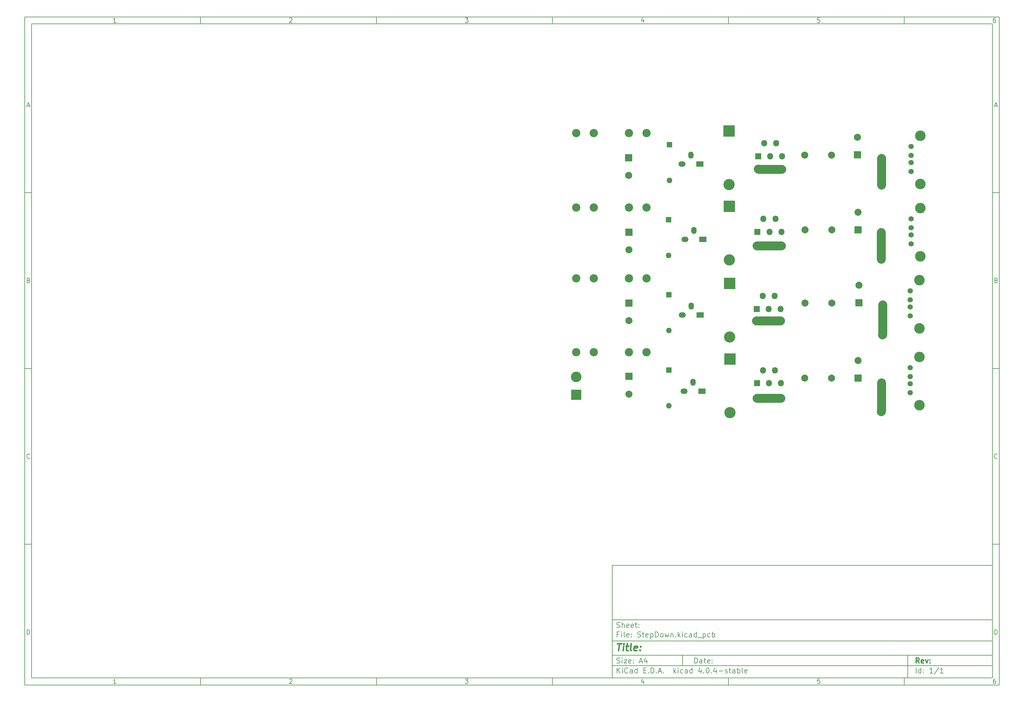
<source format=gbr>
G04 #@! TF.FileFunction,Copper,L1,Top,Signal*
%FSLAX46Y46*%
G04 Gerber Fmt 4.6, Leading zero omitted, Abs format (unit mm)*
G04 Created by KiCad (PCBNEW 4.0.4-stable) date Fri Jul 14 18:39:46 2017*
%MOMM*%
%LPD*%
G01*
G04 APERTURE LIST*
%ADD10C,0.100000*%
%ADD11C,0.150000*%
%ADD12C,0.300000*%
%ADD13C,0.400000*%
%ADD14C,1.998980*%
%ADD15C,2.350000*%
%ADD16R,2.000000X2.000000*%
%ADD17C,2.000000*%
%ADD18C,1.501140*%
%ADD19C,2.999740*%
%ADD20O,1.500000X2.000000*%
%ADD21R,2.000000X1.500000*%
%ADD22O,2.000000X1.500000*%
%ADD23R,3.200000X3.200000*%
%ADD24O,3.200000X3.200000*%
%ADD25R,3.000000X3.000000*%
%ADD26C,3.000000*%
%ADD27C,1.500000*%
%ADD28R,1.800000X1.800000*%
%ADD29O,1.800000X1.800000*%
%ADD30R,1.600000X1.600000*%
%ADD31O,1.600000X1.600000*%
%ADD32C,2.500000*%
G04 APERTURE END LIST*
D10*
D11*
X177002200Y-166007200D02*
X177002200Y-198007200D01*
X285002200Y-198007200D01*
X285002200Y-166007200D01*
X177002200Y-166007200D01*
D10*
D11*
X10000000Y-10000000D02*
X10000000Y-200007200D01*
X287002200Y-200007200D01*
X287002200Y-10000000D01*
X10000000Y-10000000D01*
D10*
D11*
X12000000Y-12000000D02*
X12000000Y-198007200D01*
X285002200Y-198007200D01*
X285002200Y-12000000D01*
X12000000Y-12000000D01*
D10*
D11*
X60000000Y-12000000D02*
X60000000Y-10000000D01*
D10*
D11*
X110000000Y-12000000D02*
X110000000Y-10000000D01*
D10*
D11*
X160000000Y-12000000D02*
X160000000Y-10000000D01*
D10*
D11*
X210000000Y-12000000D02*
X210000000Y-10000000D01*
D10*
D11*
X260000000Y-12000000D02*
X260000000Y-10000000D01*
D10*
D11*
X35990476Y-11588095D02*
X35247619Y-11588095D01*
X35619048Y-11588095D02*
X35619048Y-10288095D01*
X35495238Y-10473810D01*
X35371429Y-10597619D01*
X35247619Y-10659524D01*
D10*
D11*
X85247619Y-10411905D02*
X85309524Y-10350000D01*
X85433333Y-10288095D01*
X85742857Y-10288095D01*
X85866667Y-10350000D01*
X85928571Y-10411905D01*
X85990476Y-10535714D01*
X85990476Y-10659524D01*
X85928571Y-10845238D01*
X85185714Y-11588095D01*
X85990476Y-11588095D01*
D10*
D11*
X135185714Y-10288095D02*
X135990476Y-10288095D01*
X135557143Y-10783333D01*
X135742857Y-10783333D01*
X135866667Y-10845238D01*
X135928571Y-10907143D01*
X135990476Y-11030952D01*
X135990476Y-11340476D01*
X135928571Y-11464286D01*
X135866667Y-11526190D01*
X135742857Y-11588095D01*
X135371429Y-11588095D01*
X135247619Y-11526190D01*
X135185714Y-11464286D01*
D10*
D11*
X185866667Y-10721429D02*
X185866667Y-11588095D01*
X185557143Y-10226190D02*
X185247619Y-11154762D01*
X186052381Y-11154762D01*
D10*
D11*
X235928571Y-10288095D02*
X235309524Y-10288095D01*
X235247619Y-10907143D01*
X235309524Y-10845238D01*
X235433333Y-10783333D01*
X235742857Y-10783333D01*
X235866667Y-10845238D01*
X235928571Y-10907143D01*
X235990476Y-11030952D01*
X235990476Y-11340476D01*
X235928571Y-11464286D01*
X235866667Y-11526190D01*
X235742857Y-11588095D01*
X235433333Y-11588095D01*
X235309524Y-11526190D01*
X235247619Y-11464286D01*
D10*
D11*
X285866667Y-10288095D02*
X285619048Y-10288095D01*
X285495238Y-10350000D01*
X285433333Y-10411905D01*
X285309524Y-10597619D01*
X285247619Y-10845238D01*
X285247619Y-11340476D01*
X285309524Y-11464286D01*
X285371429Y-11526190D01*
X285495238Y-11588095D01*
X285742857Y-11588095D01*
X285866667Y-11526190D01*
X285928571Y-11464286D01*
X285990476Y-11340476D01*
X285990476Y-11030952D01*
X285928571Y-10907143D01*
X285866667Y-10845238D01*
X285742857Y-10783333D01*
X285495238Y-10783333D01*
X285371429Y-10845238D01*
X285309524Y-10907143D01*
X285247619Y-11030952D01*
D10*
D11*
X60000000Y-198007200D02*
X60000000Y-200007200D01*
D10*
D11*
X110000000Y-198007200D02*
X110000000Y-200007200D01*
D10*
D11*
X160000000Y-198007200D02*
X160000000Y-200007200D01*
D10*
D11*
X210000000Y-198007200D02*
X210000000Y-200007200D01*
D10*
D11*
X260000000Y-198007200D02*
X260000000Y-200007200D01*
D10*
D11*
X35990476Y-199595295D02*
X35247619Y-199595295D01*
X35619048Y-199595295D02*
X35619048Y-198295295D01*
X35495238Y-198481010D01*
X35371429Y-198604819D01*
X35247619Y-198666724D01*
D10*
D11*
X85247619Y-198419105D02*
X85309524Y-198357200D01*
X85433333Y-198295295D01*
X85742857Y-198295295D01*
X85866667Y-198357200D01*
X85928571Y-198419105D01*
X85990476Y-198542914D01*
X85990476Y-198666724D01*
X85928571Y-198852438D01*
X85185714Y-199595295D01*
X85990476Y-199595295D01*
D10*
D11*
X135185714Y-198295295D02*
X135990476Y-198295295D01*
X135557143Y-198790533D01*
X135742857Y-198790533D01*
X135866667Y-198852438D01*
X135928571Y-198914343D01*
X135990476Y-199038152D01*
X135990476Y-199347676D01*
X135928571Y-199471486D01*
X135866667Y-199533390D01*
X135742857Y-199595295D01*
X135371429Y-199595295D01*
X135247619Y-199533390D01*
X135185714Y-199471486D01*
D10*
D11*
X185866667Y-198728629D02*
X185866667Y-199595295D01*
X185557143Y-198233390D02*
X185247619Y-199161962D01*
X186052381Y-199161962D01*
D10*
D11*
X235928571Y-198295295D02*
X235309524Y-198295295D01*
X235247619Y-198914343D01*
X235309524Y-198852438D01*
X235433333Y-198790533D01*
X235742857Y-198790533D01*
X235866667Y-198852438D01*
X235928571Y-198914343D01*
X235990476Y-199038152D01*
X235990476Y-199347676D01*
X235928571Y-199471486D01*
X235866667Y-199533390D01*
X235742857Y-199595295D01*
X235433333Y-199595295D01*
X235309524Y-199533390D01*
X235247619Y-199471486D01*
D10*
D11*
X285866667Y-198295295D02*
X285619048Y-198295295D01*
X285495238Y-198357200D01*
X285433333Y-198419105D01*
X285309524Y-198604819D01*
X285247619Y-198852438D01*
X285247619Y-199347676D01*
X285309524Y-199471486D01*
X285371429Y-199533390D01*
X285495238Y-199595295D01*
X285742857Y-199595295D01*
X285866667Y-199533390D01*
X285928571Y-199471486D01*
X285990476Y-199347676D01*
X285990476Y-199038152D01*
X285928571Y-198914343D01*
X285866667Y-198852438D01*
X285742857Y-198790533D01*
X285495238Y-198790533D01*
X285371429Y-198852438D01*
X285309524Y-198914343D01*
X285247619Y-199038152D01*
D10*
D11*
X10000000Y-60000000D02*
X12000000Y-60000000D01*
D10*
D11*
X10000000Y-110000000D02*
X12000000Y-110000000D01*
D10*
D11*
X10000000Y-160000000D02*
X12000000Y-160000000D01*
D10*
D11*
X10690476Y-35216667D02*
X11309524Y-35216667D01*
X10566667Y-35588095D02*
X11000000Y-34288095D01*
X11433333Y-35588095D01*
D10*
D11*
X11092857Y-84907143D02*
X11278571Y-84969048D01*
X11340476Y-85030952D01*
X11402381Y-85154762D01*
X11402381Y-85340476D01*
X11340476Y-85464286D01*
X11278571Y-85526190D01*
X11154762Y-85588095D01*
X10659524Y-85588095D01*
X10659524Y-84288095D01*
X11092857Y-84288095D01*
X11216667Y-84350000D01*
X11278571Y-84411905D01*
X11340476Y-84535714D01*
X11340476Y-84659524D01*
X11278571Y-84783333D01*
X11216667Y-84845238D01*
X11092857Y-84907143D01*
X10659524Y-84907143D01*
D10*
D11*
X11402381Y-135464286D02*
X11340476Y-135526190D01*
X11154762Y-135588095D01*
X11030952Y-135588095D01*
X10845238Y-135526190D01*
X10721429Y-135402381D01*
X10659524Y-135278571D01*
X10597619Y-135030952D01*
X10597619Y-134845238D01*
X10659524Y-134597619D01*
X10721429Y-134473810D01*
X10845238Y-134350000D01*
X11030952Y-134288095D01*
X11154762Y-134288095D01*
X11340476Y-134350000D01*
X11402381Y-134411905D01*
D10*
D11*
X10659524Y-185588095D02*
X10659524Y-184288095D01*
X10969048Y-184288095D01*
X11154762Y-184350000D01*
X11278571Y-184473810D01*
X11340476Y-184597619D01*
X11402381Y-184845238D01*
X11402381Y-185030952D01*
X11340476Y-185278571D01*
X11278571Y-185402381D01*
X11154762Y-185526190D01*
X10969048Y-185588095D01*
X10659524Y-185588095D01*
D10*
D11*
X287002200Y-60000000D02*
X285002200Y-60000000D01*
D10*
D11*
X287002200Y-110000000D02*
X285002200Y-110000000D01*
D10*
D11*
X287002200Y-160000000D02*
X285002200Y-160000000D01*
D10*
D11*
X285692676Y-35216667D02*
X286311724Y-35216667D01*
X285568867Y-35588095D02*
X286002200Y-34288095D01*
X286435533Y-35588095D01*
D10*
D11*
X286095057Y-84907143D02*
X286280771Y-84969048D01*
X286342676Y-85030952D01*
X286404581Y-85154762D01*
X286404581Y-85340476D01*
X286342676Y-85464286D01*
X286280771Y-85526190D01*
X286156962Y-85588095D01*
X285661724Y-85588095D01*
X285661724Y-84288095D01*
X286095057Y-84288095D01*
X286218867Y-84350000D01*
X286280771Y-84411905D01*
X286342676Y-84535714D01*
X286342676Y-84659524D01*
X286280771Y-84783333D01*
X286218867Y-84845238D01*
X286095057Y-84907143D01*
X285661724Y-84907143D01*
D10*
D11*
X286404581Y-135464286D02*
X286342676Y-135526190D01*
X286156962Y-135588095D01*
X286033152Y-135588095D01*
X285847438Y-135526190D01*
X285723629Y-135402381D01*
X285661724Y-135278571D01*
X285599819Y-135030952D01*
X285599819Y-134845238D01*
X285661724Y-134597619D01*
X285723629Y-134473810D01*
X285847438Y-134350000D01*
X286033152Y-134288095D01*
X286156962Y-134288095D01*
X286342676Y-134350000D01*
X286404581Y-134411905D01*
D10*
D11*
X285661724Y-185588095D02*
X285661724Y-184288095D01*
X285971248Y-184288095D01*
X286156962Y-184350000D01*
X286280771Y-184473810D01*
X286342676Y-184597619D01*
X286404581Y-184845238D01*
X286404581Y-185030952D01*
X286342676Y-185278571D01*
X286280771Y-185402381D01*
X286156962Y-185526190D01*
X285971248Y-185588095D01*
X285661724Y-185588095D01*
D10*
D11*
X200359343Y-193785771D02*
X200359343Y-192285771D01*
X200716486Y-192285771D01*
X200930771Y-192357200D01*
X201073629Y-192500057D01*
X201145057Y-192642914D01*
X201216486Y-192928629D01*
X201216486Y-193142914D01*
X201145057Y-193428629D01*
X201073629Y-193571486D01*
X200930771Y-193714343D01*
X200716486Y-193785771D01*
X200359343Y-193785771D01*
X202502200Y-193785771D02*
X202502200Y-193000057D01*
X202430771Y-192857200D01*
X202287914Y-192785771D01*
X202002200Y-192785771D01*
X201859343Y-192857200D01*
X202502200Y-193714343D02*
X202359343Y-193785771D01*
X202002200Y-193785771D01*
X201859343Y-193714343D01*
X201787914Y-193571486D01*
X201787914Y-193428629D01*
X201859343Y-193285771D01*
X202002200Y-193214343D01*
X202359343Y-193214343D01*
X202502200Y-193142914D01*
X203002200Y-192785771D02*
X203573629Y-192785771D01*
X203216486Y-192285771D02*
X203216486Y-193571486D01*
X203287914Y-193714343D01*
X203430772Y-193785771D01*
X203573629Y-193785771D01*
X204645057Y-193714343D02*
X204502200Y-193785771D01*
X204216486Y-193785771D01*
X204073629Y-193714343D01*
X204002200Y-193571486D01*
X204002200Y-193000057D01*
X204073629Y-192857200D01*
X204216486Y-192785771D01*
X204502200Y-192785771D01*
X204645057Y-192857200D01*
X204716486Y-193000057D01*
X204716486Y-193142914D01*
X204002200Y-193285771D01*
X205359343Y-193642914D02*
X205430771Y-193714343D01*
X205359343Y-193785771D01*
X205287914Y-193714343D01*
X205359343Y-193642914D01*
X205359343Y-193785771D01*
X205359343Y-192857200D02*
X205430771Y-192928629D01*
X205359343Y-193000057D01*
X205287914Y-192928629D01*
X205359343Y-192857200D01*
X205359343Y-193000057D01*
D10*
D11*
X177002200Y-194507200D02*
X285002200Y-194507200D01*
D10*
D11*
X178359343Y-196585771D02*
X178359343Y-195085771D01*
X179216486Y-196585771D02*
X178573629Y-195728629D01*
X179216486Y-195085771D02*
X178359343Y-195942914D01*
X179859343Y-196585771D02*
X179859343Y-195585771D01*
X179859343Y-195085771D02*
X179787914Y-195157200D01*
X179859343Y-195228629D01*
X179930771Y-195157200D01*
X179859343Y-195085771D01*
X179859343Y-195228629D01*
X181430772Y-196442914D02*
X181359343Y-196514343D01*
X181145057Y-196585771D01*
X181002200Y-196585771D01*
X180787915Y-196514343D01*
X180645057Y-196371486D01*
X180573629Y-196228629D01*
X180502200Y-195942914D01*
X180502200Y-195728629D01*
X180573629Y-195442914D01*
X180645057Y-195300057D01*
X180787915Y-195157200D01*
X181002200Y-195085771D01*
X181145057Y-195085771D01*
X181359343Y-195157200D01*
X181430772Y-195228629D01*
X182716486Y-196585771D02*
X182716486Y-195800057D01*
X182645057Y-195657200D01*
X182502200Y-195585771D01*
X182216486Y-195585771D01*
X182073629Y-195657200D01*
X182716486Y-196514343D02*
X182573629Y-196585771D01*
X182216486Y-196585771D01*
X182073629Y-196514343D01*
X182002200Y-196371486D01*
X182002200Y-196228629D01*
X182073629Y-196085771D01*
X182216486Y-196014343D01*
X182573629Y-196014343D01*
X182716486Y-195942914D01*
X184073629Y-196585771D02*
X184073629Y-195085771D01*
X184073629Y-196514343D02*
X183930772Y-196585771D01*
X183645058Y-196585771D01*
X183502200Y-196514343D01*
X183430772Y-196442914D01*
X183359343Y-196300057D01*
X183359343Y-195871486D01*
X183430772Y-195728629D01*
X183502200Y-195657200D01*
X183645058Y-195585771D01*
X183930772Y-195585771D01*
X184073629Y-195657200D01*
X185930772Y-195800057D02*
X186430772Y-195800057D01*
X186645058Y-196585771D02*
X185930772Y-196585771D01*
X185930772Y-195085771D01*
X186645058Y-195085771D01*
X187287915Y-196442914D02*
X187359343Y-196514343D01*
X187287915Y-196585771D01*
X187216486Y-196514343D01*
X187287915Y-196442914D01*
X187287915Y-196585771D01*
X188002201Y-196585771D02*
X188002201Y-195085771D01*
X188359344Y-195085771D01*
X188573629Y-195157200D01*
X188716487Y-195300057D01*
X188787915Y-195442914D01*
X188859344Y-195728629D01*
X188859344Y-195942914D01*
X188787915Y-196228629D01*
X188716487Y-196371486D01*
X188573629Y-196514343D01*
X188359344Y-196585771D01*
X188002201Y-196585771D01*
X189502201Y-196442914D02*
X189573629Y-196514343D01*
X189502201Y-196585771D01*
X189430772Y-196514343D01*
X189502201Y-196442914D01*
X189502201Y-196585771D01*
X190145058Y-196157200D02*
X190859344Y-196157200D01*
X190002201Y-196585771D02*
X190502201Y-195085771D01*
X191002201Y-196585771D01*
X191502201Y-196442914D02*
X191573629Y-196514343D01*
X191502201Y-196585771D01*
X191430772Y-196514343D01*
X191502201Y-196442914D01*
X191502201Y-196585771D01*
X194502201Y-196585771D02*
X194502201Y-195085771D01*
X194645058Y-196014343D02*
X195073629Y-196585771D01*
X195073629Y-195585771D02*
X194502201Y-196157200D01*
X195716487Y-196585771D02*
X195716487Y-195585771D01*
X195716487Y-195085771D02*
X195645058Y-195157200D01*
X195716487Y-195228629D01*
X195787915Y-195157200D01*
X195716487Y-195085771D01*
X195716487Y-195228629D01*
X197073630Y-196514343D02*
X196930773Y-196585771D01*
X196645059Y-196585771D01*
X196502201Y-196514343D01*
X196430773Y-196442914D01*
X196359344Y-196300057D01*
X196359344Y-195871486D01*
X196430773Y-195728629D01*
X196502201Y-195657200D01*
X196645059Y-195585771D01*
X196930773Y-195585771D01*
X197073630Y-195657200D01*
X198359344Y-196585771D02*
X198359344Y-195800057D01*
X198287915Y-195657200D01*
X198145058Y-195585771D01*
X197859344Y-195585771D01*
X197716487Y-195657200D01*
X198359344Y-196514343D02*
X198216487Y-196585771D01*
X197859344Y-196585771D01*
X197716487Y-196514343D01*
X197645058Y-196371486D01*
X197645058Y-196228629D01*
X197716487Y-196085771D01*
X197859344Y-196014343D01*
X198216487Y-196014343D01*
X198359344Y-195942914D01*
X199716487Y-196585771D02*
X199716487Y-195085771D01*
X199716487Y-196514343D02*
X199573630Y-196585771D01*
X199287916Y-196585771D01*
X199145058Y-196514343D01*
X199073630Y-196442914D01*
X199002201Y-196300057D01*
X199002201Y-195871486D01*
X199073630Y-195728629D01*
X199145058Y-195657200D01*
X199287916Y-195585771D01*
X199573630Y-195585771D01*
X199716487Y-195657200D01*
X202216487Y-195585771D02*
X202216487Y-196585771D01*
X201859344Y-195014343D02*
X201502201Y-196085771D01*
X202430773Y-196085771D01*
X203002201Y-196442914D02*
X203073629Y-196514343D01*
X203002201Y-196585771D01*
X202930772Y-196514343D01*
X203002201Y-196442914D01*
X203002201Y-196585771D01*
X204002201Y-195085771D02*
X204145058Y-195085771D01*
X204287915Y-195157200D01*
X204359344Y-195228629D01*
X204430773Y-195371486D01*
X204502201Y-195657200D01*
X204502201Y-196014343D01*
X204430773Y-196300057D01*
X204359344Y-196442914D01*
X204287915Y-196514343D01*
X204145058Y-196585771D01*
X204002201Y-196585771D01*
X203859344Y-196514343D01*
X203787915Y-196442914D01*
X203716487Y-196300057D01*
X203645058Y-196014343D01*
X203645058Y-195657200D01*
X203716487Y-195371486D01*
X203787915Y-195228629D01*
X203859344Y-195157200D01*
X204002201Y-195085771D01*
X205145058Y-196442914D02*
X205216486Y-196514343D01*
X205145058Y-196585771D01*
X205073629Y-196514343D01*
X205145058Y-196442914D01*
X205145058Y-196585771D01*
X206502201Y-195585771D02*
X206502201Y-196585771D01*
X206145058Y-195014343D02*
X205787915Y-196085771D01*
X206716487Y-196085771D01*
X207287915Y-196014343D02*
X208430772Y-196014343D01*
X209073629Y-196514343D02*
X209216486Y-196585771D01*
X209502201Y-196585771D01*
X209645058Y-196514343D01*
X209716486Y-196371486D01*
X209716486Y-196300057D01*
X209645058Y-196157200D01*
X209502201Y-196085771D01*
X209287915Y-196085771D01*
X209145058Y-196014343D01*
X209073629Y-195871486D01*
X209073629Y-195800057D01*
X209145058Y-195657200D01*
X209287915Y-195585771D01*
X209502201Y-195585771D01*
X209645058Y-195657200D01*
X210145058Y-195585771D02*
X210716487Y-195585771D01*
X210359344Y-195085771D02*
X210359344Y-196371486D01*
X210430772Y-196514343D01*
X210573630Y-196585771D01*
X210716487Y-196585771D01*
X211859344Y-196585771D02*
X211859344Y-195800057D01*
X211787915Y-195657200D01*
X211645058Y-195585771D01*
X211359344Y-195585771D01*
X211216487Y-195657200D01*
X211859344Y-196514343D02*
X211716487Y-196585771D01*
X211359344Y-196585771D01*
X211216487Y-196514343D01*
X211145058Y-196371486D01*
X211145058Y-196228629D01*
X211216487Y-196085771D01*
X211359344Y-196014343D01*
X211716487Y-196014343D01*
X211859344Y-195942914D01*
X212573630Y-196585771D02*
X212573630Y-195085771D01*
X212573630Y-195657200D02*
X212716487Y-195585771D01*
X213002201Y-195585771D01*
X213145058Y-195657200D01*
X213216487Y-195728629D01*
X213287916Y-195871486D01*
X213287916Y-196300057D01*
X213216487Y-196442914D01*
X213145058Y-196514343D01*
X213002201Y-196585771D01*
X212716487Y-196585771D01*
X212573630Y-196514343D01*
X214145059Y-196585771D02*
X214002201Y-196514343D01*
X213930773Y-196371486D01*
X213930773Y-195085771D01*
X215287915Y-196514343D02*
X215145058Y-196585771D01*
X214859344Y-196585771D01*
X214716487Y-196514343D01*
X214645058Y-196371486D01*
X214645058Y-195800057D01*
X214716487Y-195657200D01*
X214859344Y-195585771D01*
X215145058Y-195585771D01*
X215287915Y-195657200D01*
X215359344Y-195800057D01*
X215359344Y-195942914D01*
X214645058Y-196085771D01*
D10*
D11*
X177002200Y-191507200D02*
X285002200Y-191507200D01*
D10*
D12*
X264216486Y-193785771D02*
X263716486Y-193071486D01*
X263359343Y-193785771D02*
X263359343Y-192285771D01*
X263930771Y-192285771D01*
X264073629Y-192357200D01*
X264145057Y-192428629D01*
X264216486Y-192571486D01*
X264216486Y-192785771D01*
X264145057Y-192928629D01*
X264073629Y-193000057D01*
X263930771Y-193071486D01*
X263359343Y-193071486D01*
X265430771Y-193714343D02*
X265287914Y-193785771D01*
X265002200Y-193785771D01*
X264859343Y-193714343D01*
X264787914Y-193571486D01*
X264787914Y-193000057D01*
X264859343Y-192857200D01*
X265002200Y-192785771D01*
X265287914Y-192785771D01*
X265430771Y-192857200D01*
X265502200Y-193000057D01*
X265502200Y-193142914D01*
X264787914Y-193285771D01*
X266002200Y-192785771D02*
X266359343Y-193785771D01*
X266716485Y-192785771D01*
X267287914Y-193642914D02*
X267359342Y-193714343D01*
X267287914Y-193785771D01*
X267216485Y-193714343D01*
X267287914Y-193642914D01*
X267287914Y-193785771D01*
X267287914Y-192857200D02*
X267359342Y-192928629D01*
X267287914Y-193000057D01*
X267216485Y-192928629D01*
X267287914Y-192857200D01*
X267287914Y-193000057D01*
D10*
D11*
X178287914Y-193714343D02*
X178502200Y-193785771D01*
X178859343Y-193785771D01*
X179002200Y-193714343D01*
X179073629Y-193642914D01*
X179145057Y-193500057D01*
X179145057Y-193357200D01*
X179073629Y-193214343D01*
X179002200Y-193142914D01*
X178859343Y-193071486D01*
X178573629Y-193000057D01*
X178430771Y-192928629D01*
X178359343Y-192857200D01*
X178287914Y-192714343D01*
X178287914Y-192571486D01*
X178359343Y-192428629D01*
X178430771Y-192357200D01*
X178573629Y-192285771D01*
X178930771Y-192285771D01*
X179145057Y-192357200D01*
X179787914Y-193785771D02*
X179787914Y-192785771D01*
X179787914Y-192285771D02*
X179716485Y-192357200D01*
X179787914Y-192428629D01*
X179859342Y-192357200D01*
X179787914Y-192285771D01*
X179787914Y-192428629D01*
X180359343Y-192785771D02*
X181145057Y-192785771D01*
X180359343Y-193785771D01*
X181145057Y-193785771D01*
X182287914Y-193714343D02*
X182145057Y-193785771D01*
X181859343Y-193785771D01*
X181716486Y-193714343D01*
X181645057Y-193571486D01*
X181645057Y-193000057D01*
X181716486Y-192857200D01*
X181859343Y-192785771D01*
X182145057Y-192785771D01*
X182287914Y-192857200D01*
X182359343Y-193000057D01*
X182359343Y-193142914D01*
X181645057Y-193285771D01*
X183002200Y-193642914D02*
X183073628Y-193714343D01*
X183002200Y-193785771D01*
X182930771Y-193714343D01*
X183002200Y-193642914D01*
X183002200Y-193785771D01*
X183002200Y-192857200D02*
X183073628Y-192928629D01*
X183002200Y-193000057D01*
X182930771Y-192928629D01*
X183002200Y-192857200D01*
X183002200Y-193000057D01*
X184787914Y-193357200D02*
X185502200Y-193357200D01*
X184645057Y-193785771D02*
X185145057Y-192285771D01*
X185645057Y-193785771D01*
X186787914Y-192785771D02*
X186787914Y-193785771D01*
X186430771Y-192214343D02*
X186073628Y-193285771D01*
X187002200Y-193285771D01*
D10*
D11*
X263359343Y-196585771D02*
X263359343Y-195085771D01*
X264716486Y-196585771D02*
X264716486Y-195085771D01*
X264716486Y-196514343D02*
X264573629Y-196585771D01*
X264287915Y-196585771D01*
X264145057Y-196514343D01*
X264073629Y-196442914D01*
X264002200Y-196300057D01*
X264002200Y-195871486D01*
X264073629Y-195728629D01*
X264145057Y-195657200D01*
X264287915Y-195585771D01*
X264573629Y-195585771D01*
X264716486Y-195657200D01*
X265430772Y-196442914D02*
X265502200Y-196514343D01*
X265430772Y-196585771D01*
X265359343Y-196514343D01*
X265430772Y-196442914D01*
X265430772Y-196585771D01*
X265430772Y-195657200D02*
X265502200Y-195728629D01*
X265430772Y-195800057D01*
X265359343Y-195728629D01*
X265430772Y-195657200D01*
X265430772Y-195800057D01*
X268073629Y-196585771D02*
X267216486Y-196585771D01*
X267645058Y-196585771D02*
X267645058Y-195085771D01*
X267502201Y-195300057D01*
X267359343Y-195442914D01*
X267216486Y-195514343D01*
X269787914Y-195014343D02*
X268502200Y-196942914D01*
X271073629Y-196585771D02*
X270216486Y-196585771D01*
X270645058Y-196585771D02*
X270645058Y-195085771D01*
X270502201Y-195300057D01*
X270359343Y-195442914D01*
X270216486Y-195514343D01*
D10*
D11*
X177002200Y-187507200D02*
X285002200Y-187507200D01*
D10*
D13*
X178454581Y-188211962D02*
X179597438Y-188211962D01*
X178776010Y-190211962D02*
X179026010Y-188211962D01*
X180014105Y-190211962D02*
X180180771Y-188878629D01*
X180264105Y-188211962D02*
X180156962Y-188307200D01*
X180240295Y-188402438D01*
X180347439Y-188307200D01*
X180264105Y-188211962D01*
X180240295Y-188402438D01*
X180847438Y-188878629D02*
X181609343Y-188878629D01*
X181216486Y-188211962D02*
X181002200Y-189926248D01*
X181073630Y-190116724D01*
X181252201Y-190211962D01*
X181442677Y-190211962D01*
X182395058Y-190211962D02*
X182216487Y-190116724D01*
X182145057Y-189926248D01*
X182359343Y-188211962D01*
X183930772Y-190116724D02*
X183728391Y-190211962D01*
X183347439Y-190211962D01*
X183168867Y-190116724D01*
X183097438Y-189926248D01*
X183192676Y-189164343D01*
X183311724Y-188973867D01*
X183514105Y-188878629D01*
X183895057Y-188878629D01*
X184073629Y-188973867D01*
X184145057Y-189164343D01*
X184121248Y-189354819D01*
X183145057Y-189545295D01*
X184895057Y-190021486D02*
X184978392Y-190116724D01*
X184871248Y-190211962D01*
X184787915Y-190116724D01*
X184895057Y-190021486D01*
X184871248Y-190211962D01*
X185026010Y-188973867D02*
X185109344Y-189069105D01*
X185002200Y-189164343D01*
X184918867Y-189069105D01*
X185026010Y-188973867D01*
X185002200Y-189164343D01*
D10*
D11*
X178859343Y-185600057D02*
X178359343Y-185600057D01*
X178359343Y-186385771D02*
X178359343Y-184885771D01*
X179073629Y-184885771D01*
X179645057Y-186385771D02*
X179645057Y-185385771D01*
X179645057Y-184885771D02*
X179573628Y-184957200D01*
X179645057Y-185028629D01*
X179716485Y-184957200D01*
X179645057Y-184885771D01*
X179645057Y-185028629D01*
X180573629Y-186385771D02*
X180430771Y-186314343D01*
X180359343Y-186171486D01*
X180359343Y-184885771D01*
X181716485Y-186314343D02*
X181573628Y-186385771D01*
X181287914Y-186385771D01*
X181145057Y-186314343D01*
X181073628Y-186171486D01*
X181073628Y-185600057D01*
X181145057Y-185457200D01*
X181287914Y-185385771D01*
X181573628Y-185385771D01*
X181716485Y-185457200D01*
X181787914Y-185600057D01*
X181787914Y-185742914D01*
X181073628Y-185885771D01*
X182430771Y-186242914D02*
X182502199Y-186314343D01*
X182430771Y-186385771D01*
X182359342Y-186314343D01*
X182430771Y-186242914D01*
X182430771Y-186385771D01*
X182430771Y-185457200D02*
X182502199Y-185528629D01*
X182430771Y-185600057D01*
X182359342Y-185528629D01*
X182430771Y-185457200D01*
X182430771Y-185600057D01*
X184216485Y-186314343D02*
X184430771Y-186385771D01*
X184787914Y-186385771D01*
X184930771Y-186314343D01*
X185002200Y-186242914D01*
X185073628Y-186100057D01*
X185073628Y-185957200D01*
X185002200Y-185814343D01*
X184930771Y-185742914D01*
X184787914Y-185671486D01*
X184502200Y-185600057D01*
X184359342Y-185528629D01*
X184287914Y-185457200D01*
X184216485Y-185314343D01*
X184216485Y-185171486D01*
X184287914Y-185028629D01*
X184359342Y-184957200D01*
X184502200Y-184885771D01*
X184859342Y-184885771D01*
X185073628Y-184957200D01*
X185502199Y-185385771D02*
X186073628Y-185385771D01*
X185716485Y-184885771D02*
X185716485Y-186171486D01*
X185787913Y-186314343D01*
X185930771Y-186385771D01*
X186073628Y-186385771D01*
X187145056Y-186314343D02*
X187002199Y-186385771D01*
X186716485Y-186385771D01*
X186573628Y-186314343D01*
X186502199Y-186171486D01*
X186502199Y-185600057D01*
X186573628Y-185457200D01*
X186716485Y-185385771D01*
X187002199Y-185385771D01*
X187145056Y-185457200D01*
X187216485Y-185600057D01*
X187216485Y-185742914D01*
X186502199Y-185885771D01*
X187859342Y-185385771D02*
X187859342Y-186885771D01*
X187859342Y-185457200D02*
X188002199Y-185385771D01*
X188287913Y-185385771D01*
X188430770Y-185457200D01*
X188502199Y-185528629D01*
X188573628Y-185671486D01*
X188573628Y-186100057D01*
X188502199Y-186242914D01*
X188430770Y-186314343D01*
X188287913Y-186385771D01*
X188002199Y-186385771D01*
X187859342Y-186314343D01*
X189216485Y-186385771D02*
X189216485Y-184885771D01*
X189573628Y-184885771D01*
X189787913Y-184957200D01*
X189930771Y-185100057D01*
X190002199Y-185242914D01*
X190073628Y-185528629D01*
X190073628Y-185742914D01*
X190002199Y-186028629D01*
X189930771Y-186171486D01*
X189787913Y-186314343D01*
X189573628Y-186385771D01*
X189216485Y-186385771D01*
X190930771Y-186385771D02*
X190787913Y-186314343D01*
X190716485Y-186242914D01*
X190645056Y-186100057D01*
X190645056Y-185671486D01*
X190716485Y-185528629D01*
X190787913Y-185457200D01*
X190930771Y-185385771D01*
X191145056Y-185385771D01*
X191287913Y-185457200D01*
X191359342Y-185528629D01*
X191430771Y-185671486D01*
X191430771Y-186100057D01*
X191359342Y-186242914D01*
X191287913Y-186314343D01*
X191145056Y-186385771D01*
X190930771Y-186385771D01*
X191930771Y-185385771D02*
X192216485Y-186385771D01*
X192502199Y-185671486D01*
X192787914Y-186385771D01*
X193073628Y-185385771D01*
X193645057Y-185385771D02*
X193645057Y-186385771D01*
X193645057Y-185528629D02*
X193716485Y-185457200D01*
X193859343Y-185385771D01*
X194073628Y-185385771D01*
X194216485Y-185457200D01*
X194287914Y-185600057D01*
X194287914Y-186385771D01*
X195002200Y-186242914D02*
X195073628Y-186314343D01*
X195002200Y-186385771D01*
X194930771Y-186314343D01*
X195002200Y-186242914D01*
X195002200Y-186385771D01*
X195716486Y-186385771D02*
X195716486Y-184885771D01*
X195859343Y-185814343D02*
X196287914Y-186385771D01*
X196287914Y-185385771D02*
X195716486Y-185957200D01*
X196930772Y-186385771D02*
X196930772Y-185385771D01*
X196930772Y-184885771D02*
X196859343Y-184957200D01*
X196930772Y-185028629D01*
X197002200Y-184957200D01*
X196930772Y-184885771D01*
X196930772Y-185028629D01*
X198287915Y-186314343D02*
X198145058Y-186385771D01*
X197859344Y-186385771D01*
X197716486Y-186314343D01*
X197645058Y-186242914D01*
X197573629Y-186100057D01*
X197573629Y-185671486D01*
X197645058Y-185528629D01*
X197716486Y-185457200D01*
X197859344Y-185385771D01*
X198145058Y-185385771D01*
X198287915Y-185457200D01*
X199573629Y-186385771D02*
X199573629Y-185600057D01*
X199502200Y-185457200D01*
X199359343Y-185385771D01*
X199073629Y-185385771D01*
X198930772Y-185457200D01*
X199573629Y-186314343D02*
X199430772Y-186385771D01*
X199073629Y-186385771D01*
X198930772Y-186314343D01*
X198859343Y-186171486D01*
X198859343Y-186028629D01*
X198930772Y-185885771D01*
X199073629Y-185814343D01*
X199430772Y-185814343D01*
X199573629Y-185742914D01*
X200930772Y-186385771D02*
X200930772Y-184885771D01*
X200930772Y-186314343D02*
X200787915Y-186385771D01*
X200502201Y-186385771D01*
X200359343Y-186314343D01*
X200287915Y-186242914D01*
X200216486Y-186100057D01*
X200216486Y-185671486D01*
X200287915Y-185528629D01*
X200359343Y-185457200D01*
X200502201Y-185385771D01*
X200787915Y-185385771D01*
X200930772Y-185457200D01*
X201287915Y-186528629D02*
X202430772Y-186528629D01*
X202787915Y-185385771D02*
X202787915Y-186885771D01*
X202787915Y-185457200D02*
X202930772Y-185385771D01*
X203216486Y-185385771D01*
X203359343Y-185457200D01*
X203430772Y-185528629D01*
X203502201Y-185671486D01*
X203502201Y-186100057D01*
X203430772Y-186242914D01*
X203359343Y-186314343D01*
X203216486Y-186385771D01*
X202930772Y-186385771D01*
X202787915Y-186314343D01*
X204787915Y-186314343D02*
X204645058Y-186385771D01*
X204359344Y-186385771D01*
X204216486Y-186314343D01*
X204145058Y-186242914D01*
X204073629Y-186100057D01*
X204073629Y-185671486D01*
X204145058Y-185528629D01*
X204216486Y-185457200D01*
X204359344Y-185385771D01*
X204645058Y-185385771D01*
X204787915Y-185457200D01*
X205430772Y-186385771D02*
X205430772Y-184885771D01*
X205430772Y-185457200D02*
X205573629Y-185385771D01*
X205859343Y-185385771D01*
X206002200Y-185457200D01*
X206073629Y-185528629D01*
X206145058Y-185671486D01*
X206145058Y-186100057D01*
X206073629Y-186242914D01*
X206002200Y-186314343D01*
X205859343Y-186385771D01*
X205573629Y-186385771D01*
X205430772Y-186314343D01*
D10*
D11*
X177002200Y-181507200D02*
X285002200Y-181507200D01*
D10*
D11*
X178287914Y-183614343D02*
X178502200Y-183685771D01*
X178859343Y-183685771D01*
X179002200Y-183614343D01*
X179073629Y-183542914D01*
X179145057Y-183400057D01*
X179145057Y-183257200D01*
X179073629Y-183114343D01*
X179002200Y-183042914D01*
X178859343Y-182971486D01*
X178573629Y-182900057D01*
X178430771Y-182828629D01*
X178359343Y-182757200D01*
X178287914Y-182614343D01*
X178287914Y-182471486D01*
X178359343Y-182328629D01*
X178430771Y-182257200D01*
X178573629Y-182185771D01*
X178930771Y-182185771D01*
X179145057Y-182257200D01*
X179787914Y-183685771D02*
X179787914Y-182185771D01*
X180430771Y-183685771D02*
X180430771Y-182900057D01*
X180359342Y-182757200D01*
X180216485Y-182685771D01*
X180002200Y-182685771D01*
X179859342Y-182757200D01*
X179787914Y-182828629D01*
X181716485Y-183614343D02*
X181573628Y-183685771D01*
X181287914Y-183685771D01*
X181145057Y-183614343D01*
X181073628Y-183471486D01*
X181073628Y-182900057D01*
X181145057Y-182757200D01*
X181287914Y-182685771D01*
X181573628Y-182685771D01*
X181716485Y-182757200D01*
X181787914Y-182900057D01*
X181787914Y-183042914D01*
X181073628Y-183185771D01*
X183002199Y-183614343D02*
X182859342Y-183685771D01*
X182573628Y-183685771D01*
X182430771Y-183614343D01*
X182359342Y-183471486D01*
X182359342Y-182900057D01*
X182430771Y-182757200D01*
X182573628Y-182685771D01*
X182859342Y-182685771D01*
X183002199Y-182757200D01*
X183073628Y-182900057D01*
X183073628Y-183042914D01*
X182359342Y-183185771D01*
X183502199Y-182685771D02*
X184073628Y-182685771D01*
X183716485Y-182185771D02*
X183716485Y-183471486D01*
X183787913Y-183614343D01*
X183930771Y-183685771D01*
X184073628Y-183685771D01*
X184573628Y-183542914D02*
X184645056Y-183614343D01*
X184573628Y-183685771D01*
X184502199Y-183614343D01*
X184573628Y-183542914D01*
X184573628Y-183685771D01*
X184573628Y-182757200D02*
X184645056Y-182828629D01*
X184573628Y-182900057D01*
X184502199Y-182828629D01*
X184573628Y-182757200D01*
X184573628Y-182900057D01*
D10*
D11*
X197002200Y-191507200D02*
X197002200Y-194507200D01*
D10*
D11*
X261002200Y-191507200D02*
X261002200Y-198007200D01*
D14*
X231750000Y-91370000D03*
X239370000Y-91370000D03*
D15*
X181700000Y-84350000D03*
X186700000Y-84350000D03*
X171700000Y-84350000D03*
X166700000Y-84350000D03*
D16*
X246700000Y-49250000D03*
D17*
X246700000Y-44250000D03*
D14*
X231700000Y-49270000D03*
X239320000Y-49270000D03*
X231750000Y-70570000D03*
X239370000Y-70570000D03*
D18*
X261897880Y-67437140D03*
X261897880Y-69977140D03*
X261897880Y-72009140D03*
X261897880Y-74549140D03*
D19*
X264564880Y-64389140D03*
X264564880Y-78105140D03*
D18*
X261874880Y-46813140D03*
X261874880Y-49353140D03*
X261874880Y-51385140D03*
X261874880Y-53925140D03*
D19*
X264541880Y-43765140D03*
X264541880Y-57481140D03*
D20*
X200210000Y-70710000D03*
D21*
X202750000Y-73250000D03*
D22*
X197670000Y-73250000D03*
D20*
X199360000Y-49310000D03*
D21*
X201900000Y-51850000D03*
D22*
X196820000Y-51850000D03*
D23*
X210250000Y-63900000D03*
D24*
X210250000Y-79140000D03*
D23*
X210150000Y-42450000D03*
D24*
X210150000Y-57690000D03*
D25*
X166700000Y-117450000D03*
D26*
X166700000Y-112370000D03*
D23*
X210350000Y-85800000D03*
D24*
X210350000Y-101040000D03*
D23*
X210400000Y-107300000D03*
D24*
X210400000Y-122540000D03*
D14*
X231650000Y-112720000D03*
X239270000Y-112720000D03*
D27*
X261620000Y-87886000D03*
X261620000Y-90426000D03*
X261620000Y-92456000D03*
X261620000Y-94996000D03*
D26*
X264290000Y-84836000D03*
X264290000Y-98556000D03*
D27*
X261620000Y-109730000D03*
X261620000Y-112270000D03*
X261620000Y-114300000D03*
X261620000Y-116840000D03*
D26*
X264290000Y-106680000D03*
X264290000Y-120400000D03*
D20*
X199460000Y-92226000D03*
D21*
X202000000Y-94766000D03*
D22*
X196920000Y-94766000D03*
D20*
X199960000Y-113912800D03*
D21*
X202500000Y-116452800D03*
D22*
X197420000Y-116452800D03*
D16*
X181700000Y-71250000D03*
D17*
X181700000Y-76250000D03*
D16*
X246800000Y-70550000D03*
D17*
X246800000Y-65550000D03*
D16*
X181650000Y-50050000D03*
D17*
X181650000Y-55050000D03*
D16*
X181700000Y-91350000D03*
D17*
X181700000Y-96350000D03*
D16*
X181700000Y-112250000D03*
D17*
X181700000Y-117250000D03*
D16*
X247050000Y-91300000D03*
D17*
X247050000Y-86300000D03*
D16*
X246800000Y-112750000D03*
D17*
X246800000Y-107750000D03*
D28*
X218250000Y-71150000D03*
D29*
X219950000Y-67450000D03*
X221650000Y-71150000D03*
X223350000Y-67450000D03*
X225050000Y-71150000D03*
D30*
X193110000Y-88974800D03*
D31*
X193110000Y-99134800D03*
D30*
X193102000Y-110458400D03*
D31*
X193102000Y-120618400D03*
D28*
X218050000Y-93050000D03*
D29*
X219750000Y-89350000D03*
X221450000Y-93050000D03*
X223150000Y-89350000D03*
X224850000Y-93050000D03*
D28*
X218100000Y-114200000D03*
D29*
X219800000Y-110500000D03*
X221500000Y-114200000D03*
X223200000Y-110500000D03*
X224900000Y-114200000D03*
D30*
X192950000Y-67650000D03*
D31*
X192950000Y-77810000D03*
D28*
X218450000Y-49650000D03*
D29*
X220150000Y-45950000D03*
X221850000Y-49650000D03*
X223550000Y-45950000D03*
X225250000Y-49650000D03*
D30*
X193200000Y-46300000D03*
D31*
X193200000Y-56460000D03*
D15*
X181700000Y-43050000D03*
X186700000Y-43050000D03*
X171700000Y-43050000D03*
X166700000Y-43050000D03*
X181700000Y-64200000D03*
X186700000Y-64200000D03*
X171700000Y-64200000D03*
X166700000Y-64200000D03*
X181700000Y-105350000D03*
X186700000Y-105350000D03*
X171700000Y-105350000D03*
X166700000Y-105350000D03*
D27*
X225050000Y-75100000D03*
X218100000Y-75100000D03*
X253400000Y-71300000D03*
X253400000Y-78900000D03*
X225200000Y-53400000D03*
X218500000Y-53250000D03*
X253510000Y-57830000D03*
X253500000Y-50200000D03*
X224850000Y-96500000D03*
X217950000Y-96450000D03*
X218150000Y-118500000D03*
X224900000Y-118500000D03*
X253850000Y-91900000D03*
X253750000Y-100450000D03*
X253550000Y-114100000D03*
X253450000Y-122250000D03*
D32*
X225000000Y-75100000D02*
X225050000Y-75100000D01*
X218100000Y-75100000D02*
X225000000Y-75100000D01*
X253400000Y-78900000D02*
X253400000Y-71300000D01*
X218650000Y-53400000D02*
X225200000Y-53400000D01*
X218500000Y-53250000D02*
X218650000Y-53400000D01*
X253510000Y-57830000D02*
X253500000Y-50200000D01*
X218000000Y-96500000D02*
X224850000Y-96500000D01*
X217950000Y-96450000D02*
X218000000Y-96500000D01*
X224900000Y-118500000D02*
X218150000Y-118500000D01*
X253850000Y-100350000D02*
X253850000Y-91900000D01*
X253750000Y-100450000D02*
X253850000Y-100350000D01*
X253550000Y-122150000D02*
X253550000Y-114100000D01*
X253450000Y-122250000D02*
X253550000Y-122150000D01*
M02*

</source>
